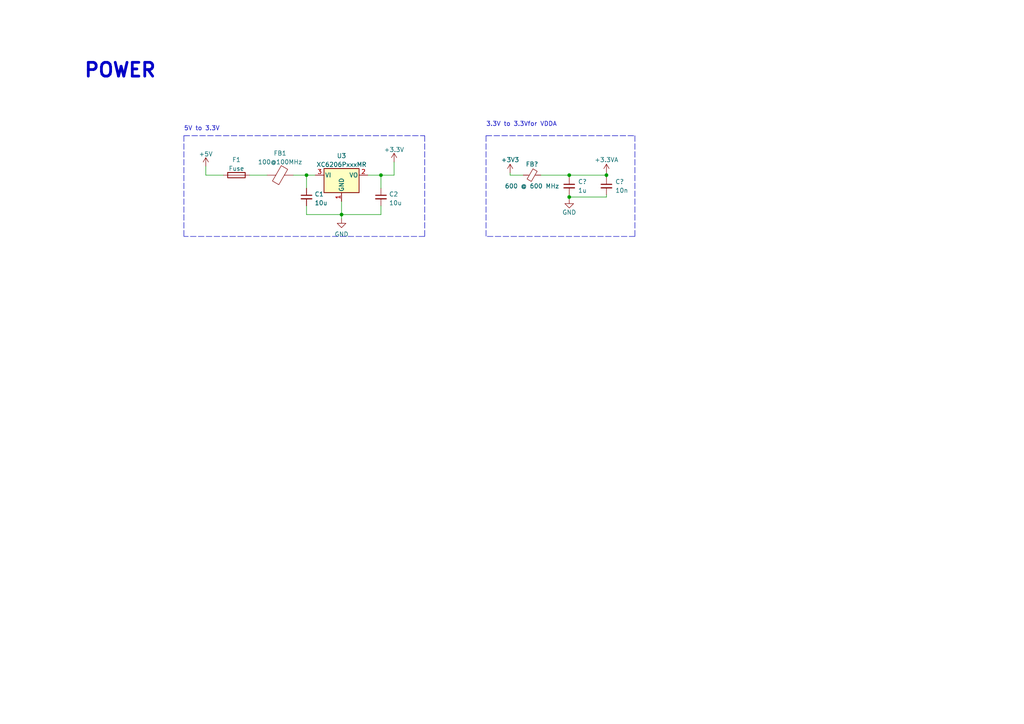
<source format=kicad_sch>
(kicad_sch (version 20211123) (generator eeschema)

  (uuid 62a4cef0-3112-47fc-8d22-cb31e60e69f2)

  (paper "A4")

  (lib_symbols
    (symbol "Device:C_Small" (pin_numbers hide) (pin_names (offset 0.254) hide) (in_bom yes) (on_board yes)
      (property "Reference" "C" (id 0) (at 0.254 1.778 0)
        (effects (font (size 1.27 1.27)) (justify left))
      )
      (property "Value" "C_Small" (id 1) (at 0.254 -2.032 0)
        (effects (font (size 1.27 1.27)) (justify left))
      )
      (property "Footprint" "" (id 2) (at 0 0 0)
        (effects (font (size 1.27 1.27)) hide)
      )
      (property "Datasheet" "~" (id 3) (at 0 0 0)
        (effects (font (size 1.27 1.27)) hide)
      )
      (property "ki_keywords" "capacitor cap" (id 4) (at 0 0 0)
        (effects (font (size 1.27 1.27)) hide)
      )
      (property "ki_description" "Unpolarized capacitor, small symbol" (id 5) (at 0 0 0)
        (effects (font (size 1.27 1.27)) hide)
      )
      (property "ki_fp_filters" "C_*" (id 6) (at 0 0 0)
        (effects (font (size 1.27 1.27)) hide)
      )
      (symbol "C_Small_0_1"
        (polyline
          (pts
            (xy -1.524 -0.508)
            (xy 1.524 -0.508)
          )
          (stroke (width 0.3302) (type default) (color 0 0 0 0))
          (fill (type none))
        )
        (polyline
          (pts
            (xy -1.524 0.508)
            (xy 1.524 0.508)
          )
          (stroke (width 0.3048) (type default) (color 0 0 0 0))
          (fill (type none))
        )
      )
      (symbol "C_Small_1_1"
        (pin passive line (at 0 2.54 270) (length 2.032)
          (name "~" (effects (font (size 1.27 1.27))))
          (number "1" (effects (font (size 1.27 1.27))))
        )
        (pin passive line (at 0 -2.54 90) (length 2.032)
          (name "~" (effects (font (size 1.27 1.27))))
          (number "2" (effects (font (size 1.27 1.27))))
        )
      )
    )
    (symbol "Device:FerriteBead" (pin_numbers hide) (pin_names (offset 0)) (in_bom yes) (on_board yes)
      (property "Reference" "FB" (id 0) (at -3.81 0.635 90)
        (effects (font (size 1.27 1.27)))
      )
      (property "Value" "FerriteBead" (id 1) (at 3.81 0 90)
        (effects (font (size 1.27 1.27)))
      )
      (property "Footprint" "" (id 2) (at -1.778 0 90)
        (effects (font (size 1.27 1.27)) hide)
      )
      (property "Datasheet" "~" (id 3) (at 0 0 0)
        (effects (font (size 1.27 1.27)) hide)
      )
      (property "ki_keywords" "L ferrite bead inductor filter" (id 4) (at 0 0 0)
        (effects (font (size 1.27 1.27)) hide)
      )
      (property "ki_description" "Ferrite bead" (id 5) (at 0 0 0)
        (effects (font (size 1.27 1.27)) hide)
      )
      (property "ki_fp_filters" "Inductor_* L_* *Ferrite*" (id 6) (at 0 0 0)
        (effects (font (size 1.27 1.27)) hide)
      )
      (symbol "FerriteBead_0_1"
        (polyline
          (pts
            (xy 0 -1.27)
            (xy 0 -1.2192)
          )
          (stroke (width 0) (type default) (color 0 0 0 0))
          (fill (type none))
        )
        (polyline
          (pts
            (xy 0 1.27)
            (xy 0 1.2954)
          )
          (stroke (width 0) (type default) (color 0 0 0 0))
          (fill (type none))
        )
        (polyline
          (pts
            (xy -2.7686 0.4064)
            (xy -1.7018 2.2606)
            (xy 2.7686 -0.3048)
            (xy 1.6764 -2.159)
            (xy -2.7686 0.4064)
          )
          (stroke (width 0) (type default) (color 0 0 0 0))
          (fill (type none))
        )
      )
      (symbol "FerriteBead_1_1"
        (pin passive line (at 0 3.81 270) (length 2.54)
          (name "~" (effects (font (size 1.27 1.27))))
          (number "1" (effects (font (size 1.27 1.27))))
        )
        (pin passive line (at 0 -3.81 90) (length 2.54)
          (name "~" (effects (font (size 1.27 1.27))))
          (number "2" (effects (font (size 1.27 1.27))))
        )
      )
    )
    (symbol "Device:Fuse" (pin_numbers hide) (pin_names (offset 0)) (in_bom yes) (on_board yes)
      (property "Reference" "F" (id 0) (at 2.032 0 90)
        (effects (font (size 1.27 1.27)))
      )
      (property "Value" "Fuse" (id 1) (at -1.905 0 90)
        (effects (font (size 1.27 1.27)))
      )
      (property "Footprint" "" (id 2) (at -1.778 0 90)
        (effects (font (size 1.27 1.27)) hide)
      )
      (property "Datasheet" "~" (id 3) (at 0 0 0)
        (effects (font (size 1.27 1.27)) hide)
      )
      (property "ki_keywords" "fuse" (id 4) (at 0 0 0)
        (effects (font (size 1.27 1.27)) hide)
      )
      (property "ki_description" "Fuse" (id 5) (at 0 0 0)
        (effects (font (size 1.27 1.27)) hide)
      )
      (property "ki_fp_filters" "*Fuse*" (id 6) (at 0 0 0)
        (effects (font (size 1.27 1.27)) hide)
      )
      (symbol "Fuse_0_1"
        (rectangle (start -0.762 -2.54) (end 0.762 2.54)
          (stroke (width 0.254) (type default) (color 0 0 0 0))
          (fill (type none))
        )
        (polyline
          (pts
            (xy 0 2.54)
            (xy 0 -2.54)
          )
          (stroke (width 0) (type default) (color 0 0 0 0))
          (fill (type none))
        )
      )
      (symbol "Fuse_1_1"
        (pin passive line (at 0 3.81 270) (length 1.27)
          (name "~" (effects (font (size 1.27 1.27))))
          (number "1" (effects (font (size 1.27 1.27))))
        )
        (pin passive line (at 0 -3.81 90) (length 1.27)
          (name "~" (effects (font (size 1.27 1.27))))
          (number "2" (effects (font (size 1.27 1.27))))
        )
      )
    )
    (symbol "RBoard-rescue:+3.3V-power" (power) (pin_names (offset 0)) (in_bom yes) (on_board yes)
      (property "Reference" "#PWR" (id 0) (at 0 -3.81 0)
        (effects (font (size 1.27 1.27)) hide)
      )
      (property "Value" "+3.3V-power" (id 1) (at 0 3.556 0)
        (effects (font (size 1.27 1.27)))
      )
      (property "Footprint" "" (id 2) (at 0 0 0)
        (effects (font (size 1.27 1.27)) hide)
      )
      (property "Datasheet" "" (id 3) (at 0 0 0)
        (effects (font (size 1.27 1.27)) hide)
      )
      (symbol "+3.3V-power_0_1"
        (polyline
          (pts
            (xy -0.762 1.27)
            (xy 0 2.54)
          )
          (stroke (width 0) (type default) (color 0 0 0 0))
          (fill (type none))
        )
        (polyline
          (pts
            (xy 0 0)
            (xy 0 2.54)
          )
          (stroke (width 0) (type default) (color 0 0 0 0))
          (fill (type none))
        )
        (polyline
          (pts
            (xy 0 2.54)
            (xy 0.762 1.27)
          )
          (stroke (width 0) (type default) (color 0 0 0 0))
          (fill (type none))
        )
      )
      (symbol "+3.3V-power_1_1"
        (pin power_in line (at 0 0 90) (length 0) hide
          (name "+3V3" (effects (font (size 1.27 1.27))))
          (number "1" (effects (font (size 1.27 1.27))))
        )
      )
    )
    (symbol "RBoard-rescue:Ferrite_Bead_Small-Device" (pin_numbers hide) (pin_names (offset 0)) (in_bom yes) (on_board yes)
      (property "Reference" "FB" (id 0) (at 1.905 1.27 0)
        (effects (font (size 1.27 1.27)) (justify left))
      )
      (property "Value" "Ferrite_Bead_Small-Device" (id 1) (at 1.905 -1.27 0)
        (effects (font (size 1.27 1.27)) (justify left))
      )
      (property "Footprint" "" (id 2) (at -1.778 0 90)
        (effects (font (size 1.27 1.27)) hide)
      )
      (property "Datasheet" "" (id 3) (at 0 0 0)
        (effects (font (size 1.27 1.27)) hide)
      )
      (property "ki_fp_filters" "Inductor_* L_* *Ferrite*" (id 4) (at 0 0 0)
        (effects (font (size 1.27 1.27)) hide)
      )
      (symbol "Ferrite_Bead_Small-Device_0_1"
        (polyline
          (pts
            (xy 0 -1.27)
            (xy 0 -0.7874)
          )
          (stroke (width 0) (type default) (color 0 0 0 0))
          (fill (type none))
        )
        (polyline
          (pts
            (xy 0 0.889)
            (xy 0 1.2954)
          )
          (stroke (width 0) (type default) (color 0 0 0 0))
          (fill (type none))
        )
        (polyline
          (pts
            (xy -1.8288 0.2794)
            (xy -1.1176 1.4986)
            (xy 1.8288 -0.2032)
            (xy 1.1176 -1.4224)
            (xy -1.8288 0.2794)
          )
          (stroke (width 0) (type default) (color 0 0 0 0))
          (fill (type none))
        )
      )
      (symbol "Ferrite_Bead_Small-Device_1_1"
        (pin passive line (at 0 2.54 270) (length 1.27)
          (name "~" (effects (font (size 1.27 1.27))))
          (number "1" (effects (font (size 1.27 1.27))))
        )
        (pin passive line (at 0 -2.54 90) (length 1.27)
          (name "~" (effects (font (size 1.27 1.27))))
          (number "2" (effects (font (size 1.27 1.27))))
        )
      )
    )
    (symbol "Regulator_Linear:XC6206PxxxMR" (pin_names (offset 0.254)) (in_bom yes) (on_board yes)
      (property "Reference" "U" (id 0) (at -3.81 3.175 0)
        (effects (font (size 1.27 1.27)))
      )
      (property "Value" "XC6206PxxxMR" (id 1) (at 0 3.175 0)
        (effects (font (size 1.27 1.27)) (justify left))
      )
      (property "Footprint" "Package_TO_SOT_SMD:SOT-23" (id 2) (at 0 5.715 0)
        (effects (font (size 1.27 1.27) italic) hide)
      )
      (property "Datasheet" "https://www.torexsemi.com/file/xc6206/XC6206.pdf" (id 3) (at 0 0 0)
        (effects (font (size 1.27 1.27)) hide)
      )
      (property "ki_keywords" "Torex LDO Voltage Regulator Fixed Positive" (id 4) (at 0 0 0)
        (effects (font (size 1.27 1.27)) hide)
      )
      (property "ki_description" "Positive 60-250mA Low Dropout Regulator, Fixed Output, SOT-23" (id 5) (at 0 0 0)
        (effects (font (size 1.27 1.27)) hide)
      )
      (property "ki_fp_filters" "SOT?23*" (id 6) (at 0 0 0)
        (effects (font (size 1.27 1.27)) hide)
      )
      (symbol "XC6206PxxxMR_0_1"
        (rectangle (start -5.08 1.905) (end 5.08 -5.08)
          (stroke (width 0.254) (type default) (color 0 0 0 0))
          (fill (type background))
        )
      )
      (symbol "XC6206PxxxMR_1_1"
        (pin power_in line (at 0 -7.62 90) (length 2.54)
          (name "GND" (effects (font (size 1.27 1.27))))
          (number "1" (effects (font (size 1.27 1.27))))
        )
        (pin power_out line (at 7.62 0 180) (length 2.54)
          (name "VO" (effects (font (size 1.27 1.27))))
          (number "2" (effects (font (size 1.27 1.27))))
        )
        (pin power_in line (at -7.62 0 0) (length 2.54)
          (name "VI" (effects (font (size 1.27 1.27))))
          (number "3" (effects (font (size 1.27 1.27))))
        )
      )
    )
    (symbol "power:+3.3V" (power) (pin_names (offset 0)) (in_bom yes) (on_board yes)
      (property "Reference" "#PWR" (id 0) (at 0 -3.81 0)
        (effects (font (size 1.27 1.27)) hide)
      )
      (property "Value" "+3.3V" (id 1) (at 0 3.556 0)
        (effects (font (size 1.27 1.27)))
      )
      (property "Footprint" "" (id 2) (at 0 0 0)
        (effects (font (size 1.27 1.27)) hide)
      )
      (property "Datasheet" "" (id 3) (at 0 0 0)
        (effects (font (size 1.27 1.27)) hide)
      )
      (property "ki_keywords" "power-flag" (id 4) (at 0 0 0)
        (effects (font (size 1.27 1.27)) hide)
      )
      (property "ki_description" "Power symbol creates a global label with name \"+3.3V\"" (id 5) (at 0 0 0)
        (effects (font (size 1.27 1.27)) hide)
      )
      (symbol "+3.3V_0_1"
        (polyline
          (pts
            (xy -0.762 1.27)
            (xy 0 2.54)
          )
          (stroke (width 0) (type default) (color 0 0 0 0))
          (fill (type none))
        )
        (polyline
          (pts
            (xy 0 0)
            (xy 0 2.54)
          )
          (stroke (width 0) (type default) (color 0 0 0 0))
          (fill (type none))
        )
        (polyline
          (pts
            (xy 0 2.54)
            (xy 0.762 1.27)
          )
          (stroke (width 0) (type default) (color 0 0 0 0))
          (fill (type none))
        )
      )
      (symbol "+3.3V_1_1"
        (pin power_in line (at 0 0 90) (length 0) hide
          (name "+3.3V" (effects (font (size 1.27 1.27))))
          (number "1" (effects (font (size 1.27 1.27))))
        )
      )
    )
    (symbol "power:+3.3VA" (power) (pin_names (offset 0)) (in_bom yes) (on_board yes)
      (property "Reference" "#PWR" (id 0) (at 0 -3.81 0)
        (effects (font (size 1.27 1.27)) hide)
      )
      (property "Value" "+3.3VA" (id 1) (at 0 3.556 0)
        (effects (font (size 1.27 1.27)))
      )
      (property "Footprint" "" (id 2) (at 0 0 0)
        (effects (font (size 1.27 1.27)) hide)
      )
      (property "Datasheet" "" (id 3) (at 0 0 0)
        (effects (font (size 1.27 1.27)) hide)
      )
      (property "ki_keywords" "power-flag" (id 4) (at 0 0 0)
        (effects (font (size 1.27 1.27)) hide)
      )
      (property "ki_description" "Power symbol creates a global label with name \"+3.3VA\"" (id 5) (at 0 0 0)
        (effects (font (size 1.27 1.27)) hide)
      )
      (symbol "+3.3VA_0_1"
        (polyline
          (pts
            (xy -0.762 1.27)
            (xy 0 2.54)
          )
          (stroke (width 0) (type default) (color 0 0 0 0))
          (fill (type none))
        )
        (polyline
          (pts
            (xy 0 0)
            (xy 0 2.54)
          )
          (stroke (width 0) (type default) (color 0 0 0 0))
          (fill (type none))
        )
        (polyline
          (pts
            (xy 0 2.54)
            (xy 0.762 1.27)
          )
          (stroke (width 0) (type default) (color 0 0 0 0))
          (fill (type none))
        )
      )
      (symbol "+3.3VA_1_1"
        (pin power_in line (at 0 0 90) (length 0) hide
          (name "+3.3VA" (effects (font (size 1.27 1.27))))
          (number "1" (effects (font (size 1.27 1.27))))
        )
      )
    )
    (symbol "power:+5V" (power) (pin_names (offset 0)) (in_bom yes) (on_board yes)
      (property "Reference" "#PWR" (id 0) (at 0 -3.81 0)
        (effects (font (size 1.27 1.27)) hide)
      )
      (property "Value" "+5V" (id 1) (at 0 3.556 0)
        (effects (font (size 1.27 1.27)))
      )
      (property "Footprint" "" (id 2) (at 0 0 0)
        (effects (font (size 1.27 1.27)) hide)
      )
      (property "Datasheet" "" (id 3) (at 0 0 0)
        (effects (font (size 1.27 1.27)) hide)
      )
      (property "ki_keywords" "power-flag" (id 4) (at 0 0 0)
        (effects (font (size 1.27 1.27)) hide)
      )
      (property "ki_description" "Power symbol creates a global label with name \"+5V\"" (id 5) (at 0 0 0)
        (effects (font (size 1.27 1.27)) hide)
      )
      (symbol "+5V_0_1"
        (polyline
          (pts
            (xy -0.762 1.27)
            (xy 0 2.54)
          )
          (stroke (width 0) (type default) (color 0 0 0 0))
          (fill (type none))
        )
        (polyline
          (pts
            (xy 0 0)
            (xy 0 2.54)
          )
          (stroke (width 0) (type default) (color 0 0 0 0))
          (fill (type none))
        )
        (polyline
          (pts
            (xy 0 2.54)
            (xy 0.762 1.27)
          )
          (stroke (width 0) (type default) (color 0 0 0 0))
          (fill (type none))
        )
      )
      (symbol "+5V_1_1"
        (pin power_in line (at 0 0 90) (length 0) hide
          (name "+5V" (effects (font (size 1.27 1.27))))
          (number "1" (effects (font (size 1.27 1.27))))
        )
      )
    )
    (symbol "power:GND" (power) (pin_names (offset 0)) (in_bom yes) (on_board yes)
      (property "Reference" "#PWR" (id 0) (at 0 -6.35 0)
        (effects (font (size 1.27 1.27)) hide)
      )
      (property "Value" "GND" (id 1) (at 0 -3.81 0)
        (effects (font (size 1.27 1.27)))
      )
      (property "Footprint" "" (id 2) (at 0 0 0)
        (effects (font (size 1.27 1.27)) hide)
      )
      (property "Datasheet" "" (id 3) (at 0 0 0)
        (effects (font (size 1.27 1.27)) hide)
      )
      (property "ki_keywords" "power-flag" (id 4) (at 0 0 0)
        (effects (font (size 1.27 1.27)) hide)
      )
      (property "ki_description" "Power symbol creates a global label with name \"GND\" , ground" (id 5) (at 0 0 0)
        (effects (font (size 1.27 1.27)) hide)
      )
      (symbol "GND_0_1"
        (polyline
          (pts
            (xy 0 0)
            (xy 0 -1.27)
            (xy 1.27 -1.27)
            (xy 0 -2.54)
            (xy -1.27 -1.27)
            (xy 0 -1.27)
          )
          (stroke (width 0) (type default) (color 0 0 0 0))
          (fill (type none))
        )
      )
      (symbol "GND_1_1"
        (pin power_in line (at 0 0 270) (length 0) hide
          (name "GND" (effects (font (size 1.27 1.27))))
          (number "1" (effects (font (size 1.27 1.27))))
        )
      )
    )
  )

  (junction (at 99.06 62.23) (diameter 0) (color 0 0 0 0)
    (uuid 2b268829-4a26-4cee-88ce-9bca4d6a9b4d)
  )
  (junction (at 88.9 50.8) (diameter 0) (color 0 0 0 0)
    (uuid 48f6c687-86de-477a-85b1-fa9467b48689)
  )
  (junction (at 165.1 50.8) (diameter 0) (color 0 0 0 0)
    (uuid 628a48fe-76a0-4188-9dfc-451c1c72149d)
  )
  (junction (at 175.895 50.8) (diameter 0) (color 0 0 0 0)
    (uuid 70801fc0-eaf6-458d-837a-3c3dbb7b62a3)
  )
  (junction (at 110.49 50.8) (diameter 0) (color 0 0 0 0)
    (uuid 74e445fa-50cf-42fc-8e03-088c331b64b1)
  )
  (junction (at 165.1 57.15) (diameter 0) (color 0 0 0 0)
    (uuid f75a10de-a786-4e03-9b0e-396018584671)
  )

  (wire (pts (xy 99.06 58.42) (xy 99.06 62.23))
    (stroke (width 0) (type default) (color 0 0 0 0))
    (uuid 002deaba-ac5b-4fc5-bade-33de154e1828)
  )
  (polyline (pts (xy 184.15 39.37) (xy 184.15 68.58))
    (stroke (width 0) (type default) (color 0 0 0 0))
    (uuid 01b5745f-4e46-4f23-ad64-2227132d47c3)
  )

  (wire (pts (xy 88.9 50.8) (xy 91.44 50.8))
    (stroke (width 0) (type default) (color 0 0 0 0))
    (uuid 04c00e7e-4de2-4d78-a8dd-e5a46fd3bbfe)
  )
  (wire (pts (xy 147.955 50.165) (xy 147.955 50.8))
    (stroke (width 0) (type default) (color 0 0 0 0))
    (uuid 0ea32424-8346-4053-9be0-6d14e8efa516)
  )
  (wire (pts (xy 175.895 50.165) (xy 175.895 50.8))
    (stroke (width 0) (type default) (color 0 0 0 0))
    (uuid 17c42146-7894-460f-be43-06934e8193b8)
  )
  (wire (pts (xy 147.955 50.8) (xy 151.765 50.8))
    (stroke (width 0) (type default) (color 0 0 0 0))
    (uuid 1f3b9007-dd55-42d9-809b-0f7491282168)
  )
  (wire (pts (xy 99.06 62.23) (xy 110.49 62.23))
    (stroke (width 0) (type default) (color 0 0 0 0))
    (uuid 21831273-5298-41c3-81c6-f1071834a64b)
  )
  (wire (pts (xy 88.9 50.8) (xy 88.9 54.61))
    (stroke (width 0) (type default) (color 0 0 0 0))
    (uuid 2830c963-6480-43be-9a3a-875663c04e68)
  )
  (wire (pts (xy 165.1 51.435) (xy 165.1 50.8))
    (stroke (width 0) (type default) (color 0 0 0 0))
    (uuid 2df0a2ba-abac-44ac-bd9b-d76c0b09e260)
  )
  (wire (pts (xy 165.1 56.515) (xy 165.1 57.15))
    (stroke (width 0) (type default) (color 0 0 0 0))
    (uuid 4680cfc8-0264-46eb-a158-ea588c690b20)
  )
  (polyline (pts (xy 123.19 39.37) (xy 123.19 68.58))
    (stroke (width 0) (type default) (color 0 0 0 0))
    (uuid 56d1bf18-2eb0-4e48-9aa5-d89fce6c21ba)
  )

  (wire (pts (xy 165.1 57.15) (xy 175.895 57.15))
    (stroke (width 0) (type default) (color 0 0 0 0))
    (uuid 59e60493-2afb-47b9-92e4-5ac98c53a3ef)
  )
  (wire (pts (xy 106.68 50.8) (xy 110.49 50.8))
    (stroke (width 0) (type default) (color 0 0 0 0))
    (uuid 5ba2e016-c935-4128-b275-28914c3454d5)
  )
  (wire (pts (xy 110.49 62.23) (xy 110.49 59.69))
    (stroke (width 0) (type default) (color 0 0 0 0))
    (uuid 67f76f37-84ba-4750-9cbe-cc9be902fe9d)
  )
  (wire (pts (xy 88.9 62.23) (xy 99.06 62.23))
    (stroke (width 0) (type default) (color 0 0 0 0))
    (uuid 6a25ab01-82f0-4931-afb3-7b24b661c27a)
  )
  (polyline (pts (xy 53.34 39.37) (xy 53.34 68.58))
    (stroke (width 0) (type default) (color 0 0 0 0))
    (uuid 6fe8cd9a-3cd0-4de7-acb2-115eeedf4515)
  )

  (wire (pts (xy 175.895 57.15) (xy 175.895 56.515))
    (stroke (width 0) (type default) (color 0 0 0 0))
    (uuid 72d49959-4903-4eec-8094-fbf9322fa186)
  )
  (polyline (pts (xy 184.15 68.58) (xy 140.97 68.58))
    (stroke (width 0) (type default) (color 0 0 0 0))
    (uuid 76d8d5b3-f5c5-441e-b036-251ef14f3213)
  )

  (wire (pts (xy 59.69 50.8) (xy 64.77 50.8))
    (stroke (width 0) (type default) (color 0 0 0 0))
    (uuid 7c323f5a-594b-4fb7-b9d5-8710fe45bf64)
  )
  (wire (pts (xy 72.39 50.8) (xy 77.47 50.8))
    (stroke (width 0) (type default) (color 0 0 0 0))
    (uuid 7d495022-4a2e-4faa-9247-5e421badf094)
  )
  (wire (pts (xy 114.3 50.8) (xy 110.49 50.8))
    (stroke (width 0) (type default) (color 0 0 0 0))
    (uuid 82b2329d-5b28-4393-a8c6-ee0e62f4d7a3)
  )
  (wire (pts (xy 165.1 50.8) (xy 175.895 50.8))
    (stroke (width 0) (type default) (color 0 0 0 0))
    (uuid 8b5eb99d-b825-4d44-a8f1-eb1438567bac)
  )
  (wire (pts (xy 165.1 57.15) (xy 165.1 57.785))
    (stroke (width 0) (type default) (color 0 0 0 0))
    (uuid 8da8c555-9e27-4be6-8936-92787de9509d)
  )
  (wire (pts (xy 114.3 46.99) (xy 114.3 50.8))
    (stroke (width 0) (type default) (color 0 0 0 0))
    (uuid 9902aa1e-efae-448b-a3b9-bb0aee510b82)
  )
  (polyline (pts (xy 140.97 39.37) (xy 140.97 68.58))
    (stroke (width 0) (type default) (color 0 0 0 0))
    (uuid b00b1339-7dc9-4b0a-b7ea-91db4e943243)
  )

  (wire (pts (xy 59.69 48.26) (xy 59.69 50.8))
    (stroke (width 0) (type default) (color 0 0 0 0))
    (uuid b00d4d80-4df6-4215-9d80-95930cb2b33d)
  )
  (wire (pts (xy 110.49 50.8) (xy 110.49 54.61))
    (stroke (width 0) (type default) (color 0 0 0 0))
    (uuid b45a278d-c556-49de-8143-2dc488791b08)
  )
  (wire (pts (xy 85.09 50.8) (xy 88.9 50.8))
    (stroke (width 0) (type default) (color 0 0 0 0))
    (uuid c39d9a90-203e-4724-b954-565f2184b876)
  )
  (polyline (pts (xy 53.34 39.37) (xy 123.19 39.37))
    (stroke (width 0) (type default) (color 0 0 0 0))
    (uuid cbf83600-28b3-4159-8dc8-e3cd863f6b1e)
  )

  (wire (pts (xy 99.06 62.23) (xy 99.06 63.5))
    (stroke (width 0) (type default) (color 0 0 0 0))
    (uuid e01e7da3-c76f-4887-bdbc-2b0fa9c623d1)
  )
  (wire (pts (xy 175.895 51.435) (xy 175.895 50.8))
    (stroke (width 0) (type default) (color 0 0 0 0))
    (uuid e1f085ba-9924-4593-8501-11a05522d2aa)
  )
  (wire (pts (xy 88.9 62.23) (xy 88.9 59.69))
    (stroke (width 0) (type default) (color 0 0 0 0))
    (uuid e44ffd4b-de63-4956-b7b8-1d4bcccd3373)
  )
  (polyline (pts (xy 123.19 68.58) (xy 53.34 68.58))
    (stroke (width 0) (type default) (color 0 0 0 0))
    (uuid efeee91f-0627-4b1c-8289-76ea6a0fab68)
  )
  (polyline (pts (xy 140.97 39.37) (xy 184.15 39.37))
    (stroke (width 0) (type default) (color 0 0 0 0))
    (uuid f57a73e6-8ea7-4056-a4ef-6a03ce831b0b)
  )

  (wire (pts (xy 165.1 50.8) (xy 156.845 50.8))
    (stroke (width 0) (type default) (color 0 0 0 0))
    (uuid f741590a-a67e-424c-b302-b3a0c20dac54)
  )

  (text "5V to 3.3V" (at 53.34 38.1 0)
    (effects (font (size 1.27 1.27)) (justify left bottom))
    (uuid 7f3dfbb6-fc20-49de-8684-e9edef76ad57)
  )
  (text "POWER\n" (at 24.13 22.86 0)
    (effects (font (size 4 4) (thickness 0.8) bold) (justify left bottom))
    (uuid e1f5fb5e-0d2a-453c-a0eb-5bbdefe5341a)
  )
  (text "3.3V to 3.3Vfor VDDA" (at 140.97 36.83 0)
    (effects (font (size 1.27 1.27)) (justify left bottom))
    (uuid f72a6924-4685-496d-a932-f89f22d3ce1b)
  )

  (symbol (lib_id "Regulator_Linear:XC6206PxxxMR") (at 99.06 50.8 0) (unit 1)
    (in_bom yes) (on_board yes) (fields_autoplaced)
    (uuid 01ad2c3b-c485-4edd-a4ae-d49717e613df)
    (property "Reference" "U3" (id 0) (at 99.06 45.1952 0))
    (property "Value" "XC6206PxxxMR" (id 1) (at 99.06 47.7321 0))
    (property "Footprint" "Package_TO_SOT_SMD:SOT-23" (id 2) (at 99.06 45.085 0)
      (effects (font (size 1.27 1.27) italic) hide)
    )
    (property "Datasheet" "https://www.torexsemi.com/file/xc6206/XC6206.pdf" (id 3) (at 99.06 50.8 0)
      (effects (font (size 1.27 1.27)) hide)
    )
    (pin "1" (uuid 2d0841ec-22f4-4c51-a15d-fd84dca29819))
    (pin "2" (uuid ae5ceac3-f283-4225-9633-98c079962700))
    (pin "3" (uuid ec590f34-0003-405c-8504-2ea521fe9d8d))
  )

  (symbol (lib_id "RBoard-rescue:Ferrite_Bead_Small-Device") (at 154.305 50.8 270) (unit 1)
    (in_bom yes) (on_board yes)
    (uuid 08bb2a82-99bf-47d6-8c1b-9595929ebc55)
    (property "Reference" "FB?" (id 0) (at 154.305 47.625 90))
    (property "Value" "600 @ 600 MHz" (id 1) (at 154.305 53.975 90))
    (property "Footprint" "Inductor_SMD:L_0805_2012Metric" (id 2) (at 154.305 49.022 90)
      (effects (font (size 1.27 1.27)) hide)
    )
    (property "Datasheet" "~" (id 3) (at 154.305 50.8 0)
      (effects (font (size 1.27 1.27)) hide)
    )
    (property "LCSC Part #" "C1017" (id 4) (at 154.305 50.8 0)
      (effects (font (size 1.27 1.27)) hide)
    )
    (pin "1" (uuid dcdd53ae-b304-466e-96b2-a36cc715a8a0))
    (pin "2" (uuid 68a56b2d-e5a6-48df-9916-9fec5c196eaa))
  )

  (symbol (lib_id "Device:C_Small") (at 110.49 57.15 0) (unit 1)
    (in_bom yes) (on_board yes) (fields_autoplaced)
    (uuid 2bbee2c7-9586-45b9-8348-7c6c6020fc66)
    (property "Reference" "C2" (id 0) (at 112.8141 56.3216 0)
      (effects (font (size 1.27 1.27)) (justify left))
    )
    (property "Value" "10u" (id 1) (at 112.8141 58.8585 0)
      (effects (font (size 1.27 1.27)) (justify left))
    )
    (property "Footprint" "" (id 2) (at 110.49 57.15 0)
      (effects (font (size 1.27 1.27)) hide)
    )
    (property "Datasheet" "~" (id 3) (at 110.49 57.15 0)
      (effects (font (size 1.27 1.27)) hide)
    )
    (pin "1" (uuid 166a7de2-5071-47d5-93b4-82512e37b285))
    (pin "2" (uuid e0148d54-9d05-453e-8ac4-febc6cc0d746))
  )

  (symbol (lib_id "Device:Fuse") (at 68.58 50.8 90) (unit 1)
    (in_bom yes) (on_board yes) (fields_autoplaced)
    (uuid 432a9c48-4be7-4947-a94c-11f212295292)
    (property "Reference" "F1" (id 0) (at 68.58 46.3382 90))
    (property "Value" "Fuse" (id 1) (at 68.58 48.8751 90))
    (property "Footprint" "" (id 2) (at 68.58 52.578 90)
      (effects (font (size 1.27 1.27)) hide)
    )
    (property "Datasheet" "~" (id 3) (at 68.58 50.8 0)
      (effects (font (size 1.27 1.27)) hide)
    )
    (pin "1" (uuid 1e71ee2e-3fa7-4ce6-bea1-ebc0c0988339))
    (pin "2" (uuid c30c9edc-7edb-451d-be6a-5e398f88f392))
  )

  (symbol (lib_id "power:GND") (at 165.1 57.785 0) (unit 1)
    (in_bom yes) (on_board yes)
    (uuid 4e28b95d-6790-4df4-b41f-a66af688ad2f)
    (property "Reference" "#PWR?" (id 0) (at 165.1 64.135 0)
      (effects (font (size 1.27 1.27)) hide)
    )
    (property "Value" "GND" (id 1) (at 165.1 61.595 0))
    (property "Footprint" "" (id 2) (at 165.1 57.785 0)
      (effects (font (size 1.27 1.27)) hide)
    )
    (property "Datasheet" "" (id 3) (at 165.1 57.785 0)
      (effects (font (size 1.27 1.27)) hide)
    )
    (pin "1" (uuid 9083fa2a-186e-4ff8-acca-e3db4a4e018a))
  )

  (symbol (lib_id "Device:C_Small") (at 165.1 53.975 0) (unit 1)
    (in_bom yes) (on_board yes)
    (uuid 56ad8837-9d7d-42b8-933c-c495557898ef)
    (property "Reference" "C?" (id 0) (at 167.64 52.705 0)
      (effects (font (size 1.27 1.27)) (justify left))
    )
    (property "Value" "1u" (id 1) (at 167.64 55.245 0)
      (effects (font (size 1.27 1.27)) (justify left))
    )
    (property "Footprint" "Capacitor_SMD:C_0402_1005Metric" (id 2) (at 165.1 53.975 0)
      (effects (font (size 1.27 1.27)) hide)
    )
    (property "Datasheet" "~" (id 3) (at 165.1 53.975 0)
      (effects (font (size 1.27 1.27)) hide)
    )
    (property "LCSC Part #" "C52923" (id 4) (at 165.1 53.975 0)
      (effects (font (size 1.27 1.27)) hide)
    )
    (pin "1" (uuid c7d69973-4afa-4c13-b195-d6709f09eebc))
    (pin "2" (uuid 4899b9e4-648d-4c03-9961-cd7cca783bcb))
  )

  (symbol (lib_id "Device:C_Small") (at 175.895 53.975 0) (unit 1)
    (in_bom yes) (on_board yes)
    (uuid 8a7dcdf1-0d90-4222-8fc8-d0c0b62d9242)
    (property "Reference" "C?" (id 0) (at 178.435 52.705 0)
      (effects (font (size 1.27 1.27)) (justify left))
    )
    (property "Value" "10n" (id 1) (at 178.435 55.245 0)
      (effects (font (size 1.27 1.27)) (justify left))
    )
    (property "Footprint" "Capacitor_SMD:C_0402_1005Metric" (id 2) (at 175.895 53.975 0)
      (effects (font (size 1.27 1.27)) hide)
    )
    (property "Datasheet" "~" (id 3) (at 175.895 53.975 0)
      (effects (font (size 1.27 1.27)) hide)
    )
    (property "LCSC Part #" "C15195" (id 4) (at 175.895 53.975 0)
      (effects (font (size 1.27 1.27)) hide)
    )
    (pin "1" (uuid 39195214-3b47-4e49-bc9e-132e0b63cb82))
    (pin "2" (uuid 19a7ba40-f380-4209-a0fd-914027331424))
  )

  (symbol (lib_id "power:+3.3V") (at 114.3 46.99 0) (unit 1)
    (in_bom yes) (on_board yes) (fields_autoplaced)
    (uuid 951b2b75-08a6-49a4-9765-155650382c3d)
    (property "Reference" "#PWR07" (id 0) (at 114.3 50.8 0)
      (effects (font (size 1.27 1.27)) hide)
    )
    (property "Value" "+3.3V" (id 1) (at 114.3 43.4142 0))
    (property "Footprint" "" (id 2) (at 114.3 46.99 0)
      (effects (font (size 1.27 1.27)) hide)
    )
    (property "Datasheet" "" (id 3) (at 114.3 46.99 0)
      (effects (font (size 1.27 1.27)) hide)
    )
    (pin "1" (uuid 1a013550-7bd3-4d2a-94bc-95a80165026a))
  )

  (symbol (lib_id "power:+5V") (at 59.69 48.26 0) (unit 1)
    (in_bom yes) (on_board yes) (fields_autoplaced)
    (uuid a36e1875-ac58-4a47-b8be-9d21a2680e09)
    (property "Reference" "#PWR05" (id 0) (at 59.69 52.07 0)
      (effects (font (size 1.27 1.27)) hide)
    )
    (property "Value" "+5V" (id 1) (at 59.69 44.6842 0))
    (property "Footprint" "" (id 2) (at 59.69 48.26 0)
      (effects (font (size 1.27 1.27)) hide)
    )
    (property "Datasheet" "" (id 3) (at 59.69 48.26 0)
      (effects (font (size 1.27 1.27)) hide)
    )
    (pin "1" (uuid 9372a772-6497-43a9-8efc-afa0e241ddbf))
  )

  (symbol (lib_id "power:GND") (at 99.06 63.5 0) (unit 1)
    (in_bom yes) (on_board yes) (fields_autoplaced)
    (uuid ab45534b-b5d9-431d-9156-6c97c198594d)
    (property "Reference" "#PWR06" (id 0) (at 99.06 69.85 0)
      (effects (font (size 1.27 1.27)) hide)
    )
    (property "Value" "GND" (id 1) (at 99.06 67.9434 0))
    (property "Footprint" "" (id 2) (at 99.06 63.5 0)
      (effects (font (size 1.27 1.27)) hide)
    )
    (property "Datasheet" "" (id 3) (at 99.06 63.5 0)
      (effects (font (size 1.27 1.27)) hide)
    )
    (pin "1" (uuid b0b19520-224f-4081-af19-efb0d6a4d914))
  )

  (symbol (lib_id "Device:FerriteBead") (at 81.28 50.8 90) (unit 1)
    (in_bom yes) (on_board yes) (fields_autoplaced)
    (uuid b4abe4ef-a90e-4a5d-a62d-a56b5c1707fd)
    (property "Reference" "FB1" (id 0) (at 81.2292 44.4586 90))
    (property "Value" "100@100MHz" (id 1) (at 81.2292 46.9955 90))
    (property "Footprint" "" (id 2) (at 81.28 52.578 90)
      (effects (font (size 1.27 1.27)) hide)
    )
    (property "Datasheet" "~" (id 3) (at 81.28 50.8 0)
      (effects (font (size 1.27 1.27)) hide)
    )
    (pin "1" (uuid 023e1d56-a23b-429f-a28e-b030d847c63d))
    (pin "2" (uuid c1f01ac1-05e4-4a55-81ff-72c424a3a55f))
  )

  (symbol (lib_id "Device:C_Small") (at 88.9 57.15 0) (unit 1)
    (in_bom yes) (on_board yes) (fields_autoplaced)
    (uuid b8c79952-0449-4a8c-aa4c-5ee7ff5cdd61)
    (property "Reference" "C1" (id 0) (at 91.2241 56.3216 0)
      (effects (font (size 1.27 1.27)) (justify left))
    )
    (property "Value" "10u" (id 1) (at 91.2241 58.8585 0)
      (effects (font (size 1.27 1.27)) (justify left))
    )
    (property "Footprint" "" (id 2) (at 88.9 57.15 0)
      (effects (font (size 1.27 1.27)) hide)
    )
    (property "Datasheet" "~" (id 3) (at 88.9 57.15 0)
      (effects (font (size 1.27 1.27)) hide)
    )
    (pin "1" (uuid 1b16aaa6-1c2d-4038-b5b9-d8103db8edae))
    (pin "2" (uuid b26a5cf9-eb2a-41e3-8ebe-71b5e81b2fc4))
  )

  (symbol (lib_id "power:+3.3VA") (at 175.895 50.165 0) (unit 1)
    (in_bom yes) (on_board yes)
    (uuid e4c5d2bc-7b8a-4e5e-99ce-8e7db9c483e7)
    (property "Reference" "#PWR?" (id 0) (at 175.895 53.975 0)
      (effects (font (size 1.27 1.27)) hide)
    )
    (property "Value" "+3.3VA" (id 1) (at 175.895 46.355 0))
    (property "Footprint" "" (id 2) (at 175.895 50.165 0)
      (effects (font (size 1.27 1.27)) hide)
    )
    (property "Datasheet" "" (id 3) (at 175.895 50.165 0)
      (effects (font (size 1.27 1.27)) hide)
    )
    (pin "1" (uuid 5d95d379-9cf9-43e4-a8f9-ec31e5f31a4d))
  )

  (symbol (lib_id "RBoard-rescue:+3.3V-power") (at 147.955 50.165 0) (unit 1)
    (in_bom yes) (on_board yes)
    (uuid f78ea5c6-b3fd-459c-9374-619fece25f73)
    (property "Reference" "#PWR?" (id 0) (at 147.955 53.975 0)
      (effects (font (size 1.27 1.27)) hide)
    )
    (property "Value" "+3.3V" (id 1) (at 147.955 46.355 0))
    (property "Footprint" "" (id 2) (at 147.955 50.165 0)
      (effects (font (size 1.27 1.27)) hide)
    )
    (property "Datasheet" "" (id 3) (at 147.955 50.165 0)
      (effects (font (size 1.27 1.27)) hide)
    )
    (pin "1" (uuid 3b8d7274-fce5-48dc-8c16-942b19ae721f))
  )
)

</source>
